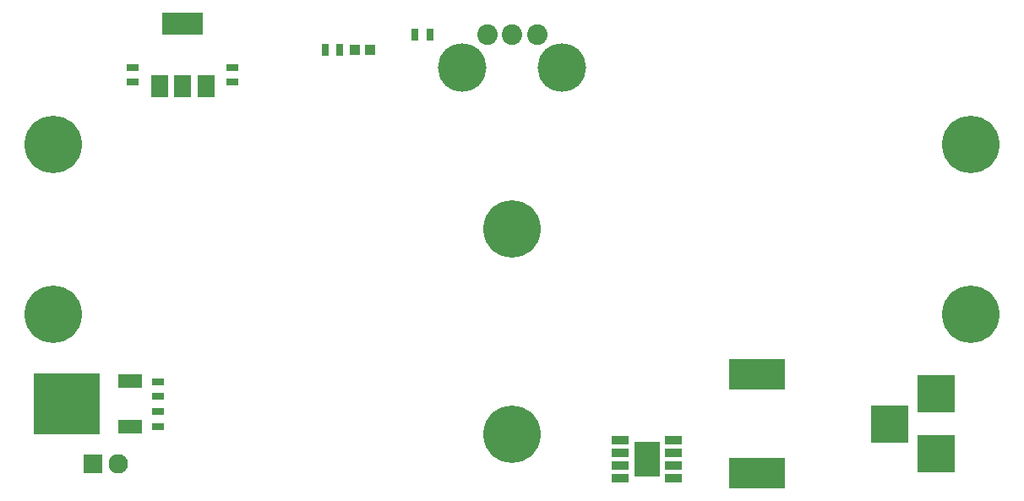
<source format=gbs>
G04 #@! TF.GenerationSoftware,KiCad,Pcbnew,(5.0.0-rc2-117-g8a2639325)*
G04 #@! TF.CreationDate,2018-07-20T00:32:21+10:00*
G04 #@! TF.ProjectId,AR0004-R1,4152303030342D52312E6B696361645F,rev?*
G04 #@! TF.SameCoordinates,Original*
G04 #@! TF.FileFunction,Soldermask,Bot*
G04 #@! TF.FilePolarity,Negative*
%FSLAX46Y46*%
G04 Gerber Fmt 4.6, Leading zero omitted, Abs format (unit mm)*
G04 Created by KiCad (PCBNEW (5.0.0-rc2-117-g8a2639325)) date 07/20/18 00:32:21*
%MOMM*%
%LPD*%
G01*
G04 APERTURE LIST*
%ADD10R,1.154000X0.754000*%
%ADD11R,3.754000X3.754000*%
%ADD12O,1.954000X1.954000*%
%ADD13R,1.954000X1.954000*%
%ADD14R,5.654040X3.154680*%
%ADD15R,0.754000X1.154000*%
%ADD16C,4.854000*%
%ADD17C,2.054000*%
%ADD18R,6.654000X6.054000*%
%ADD19R,2.454000X1.454000*%
%ADD20C,5.754000*%
%ADD21R,1.754000X2.254000*%
%ADD22R,4.054000X2.254000*%
%ADD23R,1.054000X1.054000*%
%ADD24R,1.804000X0.854000*%
%ADD25R,1.454000X1.854000*%
G04 APERTURE END LIST*
D10*
G04 #@! TO.C,C1*
X62000000Y-52750000D03*
X62000000Y-51250000D03*
G04 #@! TD*
G04 #@! TO.C,C2*
X72000000Y-51250000D03*
X72000000Y-52750000D03*
G04 #@! TD*
G04 #@! TO.C,C3*
X64500000Y-82750000D03*
X64500000Y-84250000D03*
G04 #@! TD*
G04 #@! TO.C,C4*
X64500000Y-87250000D03*
X64500000Y-85750000D03*
G04 #@! TD*
D11*
G04 #@! TO.C,J3*
X137800000Y-87000000D03*
X142500000Y-90000000D03*
X142500000Y-84000000D03*
G04 #@! TD*
D12*
G04 #@! TO.C,J6*
X60540000Y-91000000D03*
D13*
X58000000Y-91000000D03*
G04 #@! TD*
D14*
G04 #@! TO.C,L1*
X124500000Y-82049540D03*
X124500000Y-91950460D03*
G04 #@! TD*
D15*
G04 #@! TO.C,R1*
X90250000Y-48000000D03*
X91750000Y-48000000D03*
G04 #@! TD*
D16*
G04 #@! TO.C,RV1*
X95000000Y-51300000D03*
X105000000Y-51300000D03*
D17*
X97500000Y-48000000D03*
X100000000Y-48000000D03*
X102500000Y-48000000D03*
G04 #@! TD*
D18*
G04 #@! TO.C,U2*
X55400000Y-85000000D03*
D19*
X61700000Y-87280000D03*
X61700000Y-82720000D03*
G04 #@! TD*
D20*
G04 #@! TO.C,MK1*
X54000000Y-59000000D03*
G04 #@! TD*
G04 #@! TO.C,MK2*
X100000000Y-67500000D03*
G04 #@! TD*
G04 #@! TO.C,MK3*
X146000000Y-59000000D03*
G04 #@! TD*
G04 #@! TO.C,MK4*
X54000000Y-76000000D03*
G04 #@! TD*
G04 #@! TO.C,MK5*
X100000000Y-88000000D03*
G04 #@! TD*
G04 #@! TO.C,MK6*
X146000000Y-76000000D03*
G04 #@! TD*
D21*
G04 #@! TO.C,U1*
X69300000Y-53150000D03*
X64700000Y-53150000D03*
X67000000Y-53150000D03*
D22*
X67000000Y-46850000D03*
G04 #@! TD*
D23*
G04 #@! TO.C,D22*
X85800000Y-49500000D03*
X84200000Y-49500000D03*
G04 #@! TD*
D24*
G04 #@! TO.C,U3*
X110800000Y-92405000D03*
X110800000Y-91135000D03*
X110800000Y-89865000D03*
X110800000Y-88595000D03*
X116200000Y-88595000D03*
X116200000Y-89865000D03*
X116200000Y-91135000D03*
X116200000Y-92405000D03*
D25*
X114100000Y-89700000D03*
X114100000Y-91300000D03*
X112900000Y-89700000D03*
X112900000Y-91300000D03*
G04 #@! TD*
D15*
G04 #@! TO.C,R5*
X82750000Y-49500000D03*
X81250000Y-49500000D03*
G04 #@! TD*
M02*

</source>
